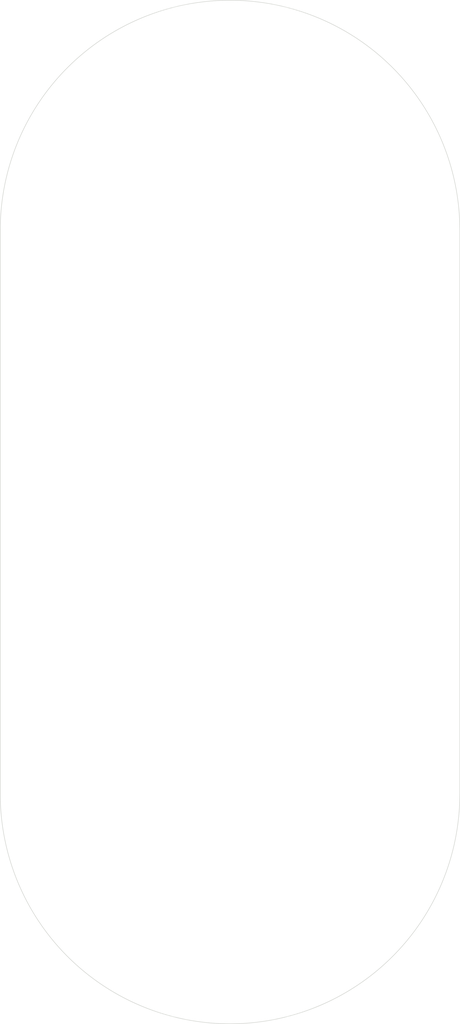
<source format=kicad_pcb>
(kicad_pcb
	(version 20241229)
	(generator "pcbnew")
	(generator_version "9.0")
	(general
		(thickness 1.6)
		(legacy_teardrops no)
	)
	(paper "A4")
	(layers
		(0 "F.Cu" signal)
		(2 "B.Cu" signal)
		(9 "F.Adhes" user "F.Adhesive")
		(11 "B.Adhes" user "B.Adhesive")
		(13 "F.Paste" user)
		(15 "B.Paste" user)
		(5 "F.SilkS" user "F.Silkscreen")
		(7 "B.SilkS" user "B.Silkscreen")
		(1 "F.Mask" user)
		(3 "B.Mask" user)
		(17 "Dwgs.User" user "User.Drawings")
		(19 "Cmts.User" user "User.Comments")
		(21 "Eco1.User" user "User.Eco1")
		(23 "Eco2.User" user "User.Eco2")
		(25 "Edge.Cuts" user)
		(27 "Margin" user)
		(31 "F.CrtYd" user "F.Courtyard")
		(29 "B.CrtYd" user "B.Courtyard")
		(35 "F.Fab" user)
		(33 "B.Fab" user)
		(39 "User.1" user)
		(41 "User.2" user)
		(43 "User.3" user)
		(45 "User.4" user)
	)
	(setup
		(pad_to_mask_clearance 0)
		(allow_soldermask_bridges_in_footprints no)
		(tenting front back)
		(pcbplotparams
			(layerselection 0x00000000_00000000_55555555_5755f5ff)
			(plot_on_all_layers_selection 0x00000000_00000000_00000000_00000000)
			(disableapertmacros no)
			(usegerberextensions no)
			(usegerberattributes yes)
			(usegerberadvancedattributes yes)
			(creategerberjobfile yes)
			(dashed_line_dash_ratio 12.000000)
			(dashed_line_gap_ratio 3.000000)
			(svgprecision 4)
			(plotframeref no)
			(mode 1)
			(useauxorigin no)
			(hpglpennumber 1)
			(hpglpenspeed 20)
			(hpglpendiameter 15.000000)
			(pdf_front_fp_property_popups yes)
			(pdf_back_fp_property_popups yes)
			(pdf_metadata yes)
			(pdf_single_document no)
			(dxfpolygonmode yes)
			(dxfimperialunits yes)
			(dxfusepcbnewfont yes)
			(psnegative no)
			(psa4output no)
			(plot_black_and_white yes)
			(sketchpadsonfab no)
			(plotpadnumbers no)
			(hidednponfab no)
			(sketchdnponfab yes)
			(crossoutdnponfab yes)
			(subtractmaskfromsilk no)
			(outputformat 1)
			(mirror no)
			(drillshape 1)
			(scaleselection 1)
			(outputdirectory "")
		)
	)
	(net 0 "")
	(gr_arc
		(start 172 126)
		(mid 150 148)
		(end 128 126)
		(stroke
			(width 0.05)
			(type default)
		)
		(layer "Edge.Cuts")
		(uuid "a002cccc-d9ab-4ab2-8827-e7ac543d1556")
	)
	(gr_line
		(start 128 72)
		(end 128 126)
		(stroke
			(width 0.05)
			(type default)
		)
		(layer "Edge.Cuts")
		(uuid "ac337c17-b6c1-409a-9b8d-d5e14b840603")
	)
	(gr_arc
		(start 128 72)
		(mid 150 50)
		(end 172 72)
		(stroke
			(width 0.05)
			(type default)
		)
		(layer "Edge.Cuts")
		(uuid "cc9caabe-e4bf-4c1e-b654-d1fa5b566f06")
	)
	(gr_line
		(start 172 72)
		(end 172 126)
		(stroke
			(width 0.05)
			(type default)
		)
		(layer "Edge.Cuts")
		(uuid "f89ab4d0-6ac2-4893-b534-29c44ff11710")
	)
	(embedded_fonts no)
)

</source>
